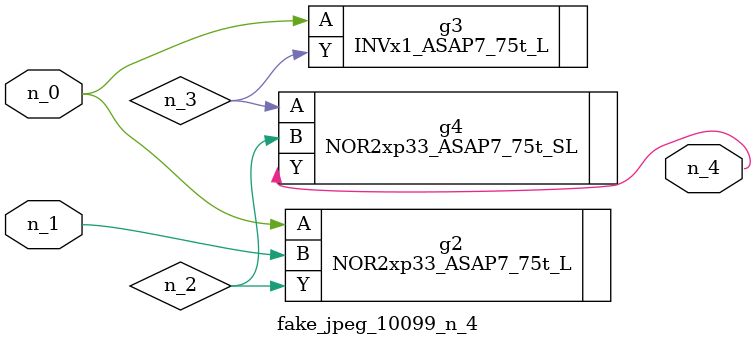
<source format=v>
module fake_jpeg_10099_n_4 (n_0, n_1, n_4);

input n_0;
input n_1;

output n_4;

wire n_3;
wire n_2;

NOR2xp33_ASAP7_75t_L g2 ( 
.A(n_0),
.B(n_1),
.Y(n_2)
);

INVx1_ASAP7_75t_L g3 ( 
.A(n_0),
.Y(n_3)
);

NOR2xp33_ASAP7_75t_SL g4 ( 
.A(n_3),
.B(n_2),
.Y(n_4)
);


endmodule
</source>
